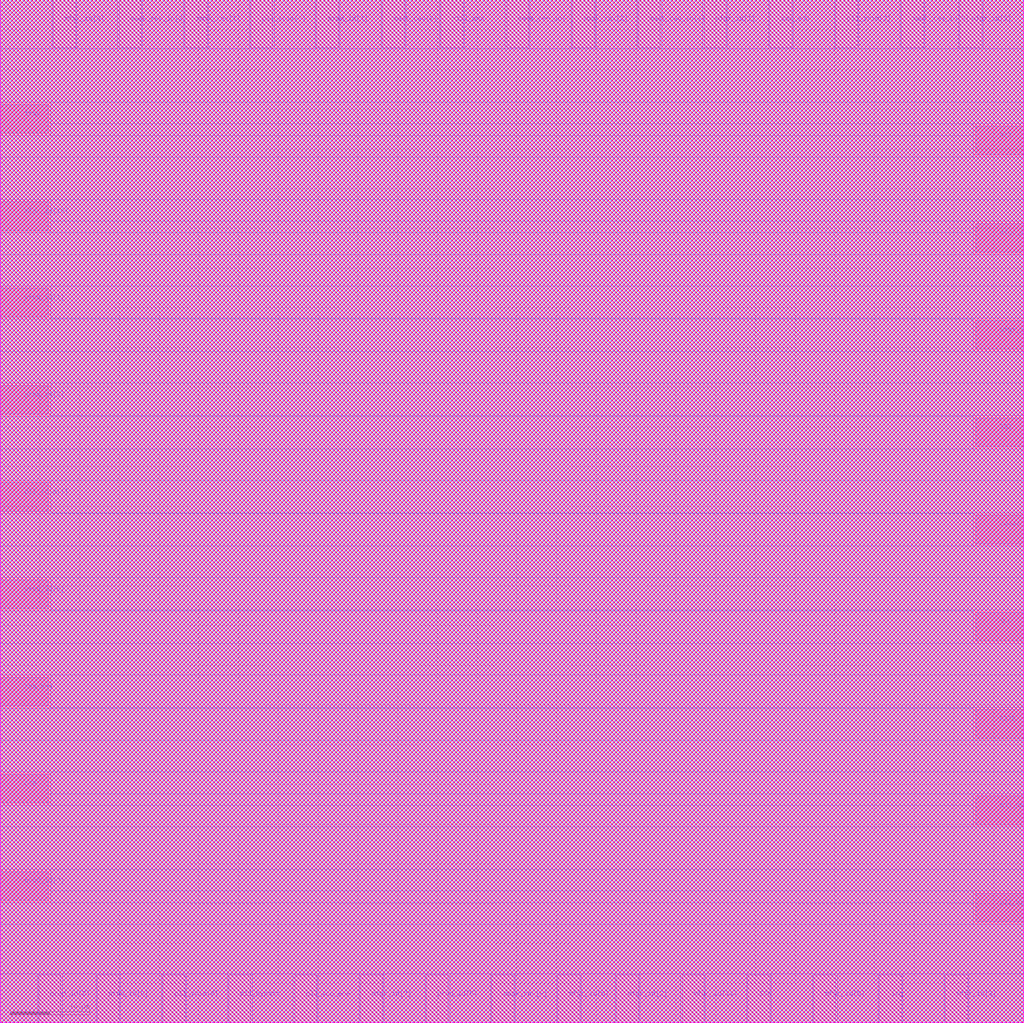
<source format=lef>
VERSION 5.3 ;
   NAMESCASESENSITIVE ON ;
   NOWIREEXTENSIONATPIN ON ;
   DIVIDERCHAR "/" ;
   BUSBITCHARS "[]" ;
UNITS
   DATABASE MICRONS 1000 ;
END UNITS
MACRO striVe_spi
   CLASS BLOCK ;
   FOREIGN striVe_spi ;
   ORIGIN 0.000000 0.000000 ;
   SIZE 128.7850 BY 128.7800 ;
   PIN RSTB
      DIRECTION INPUT ;
      PORT
         LAYER met3 ;
	    RECT 122.715000 35.820000 128.785000 39.420000 ;
      END
   END RSTB
   PIN SCK
      DIRECTION INPUT ;
      PORT
         LAYER met2 ;
	    RECT 94.070000 0.000000 96.870000 6.020000 ;
      END
   END SCK
   PIN SDI
      DIRECTION INPUT ;
      PORT
         LAYER met3 ;
	    RECT 122.715000 72.540000 128.785000 76.140000 ;
      END
   END SDI
   PIN CSB
      DIRECTION INPUT ;
      PORT
         LAYER met3 ;
	    RECT 0.000000 27.660000 6.070000 31.260000 ;
      END
   END CSB
   PIN SDO
      DIRECTION OUTPUT TRISTATE ;
      PORT
         LAYER met3 ;
	    RECT 122.715000 48.060000 128.785000 51.660000 ;
      END
   END SDO
   PIN sdo_enb
      DIRECTION OUTPUT TRISTATE ;
      PORT
         LAYER met2 ;
	    RECT 96.830000 122.760000 99.630000 128.780000 ;
      END
   END sdo_enb
   PIN xtal_ena
      DIRECTION OUTPUT TRISTATE ;
      PORT
         LAYER met2 ;
	    RECT 55.430000 122.760000 58.230000 128.780000 ;
      END
   END xtal_ena
   PIN reg_ena
      DIRECTION OUTPUT TRISTATE ;
      PORT
         LAYER met3 ;
	    RECT 0.000000 39.900000 6.070000 43.500000 ;
      END
   END reg_ena
   PIN pll_vco_ena
      DIRECTION OUTPUT TRISTATE ;
      PORT
         LAYER met2 ;
	    RECT 37.030000 0.000000 39.830000 6.020000 ;
      END
   END pll_vco_ena
   PIN pll_cp_ena
      DIRECTION OUTPUT TRISTATE ;
      PORT
         LAYER met3 ;
	    RECT 122.715000 24.940000 128.785000 28.540000 ;
      END
   END pll_cp_ena
   PIN pll_bias_ena
      DIRECTION OUTPUT TRISTATE ;
      PORT
         LAYER met3 ;
	    RECT 122.715000 12.700000 128.785000 16.300000 ;
      END
   END pll_bias_ena
   PIN pll_trim[3]
      DIRECTION OUTPUT TRISTATE ;
      PORT
         LAYER met2 ;
	    RECT 31.510000 122.760000 34.310000 128.780000 ;
      END
   END pll_trim[3]
   PIN pll_trim[2]
      DIRECTION OUTPUT TRISTATE ;
      PORT
         LAYER met2 ;
	    RECT 105.110000 122.760000 107.910000 128.780000 ;
      END
   END pll_trim[2]
   PIN pll_trim[1]
      DIRECTION OUTPUT TRISTATE ;
      PORT
         LAYER met3 ;
	    RECT 0.000000 64.380000 6.070000 67.980000 ;
      END
   END pll_trim[1]
   PIN pll_trim[0]
      DIRECTION OUTPUT TRISTATE ;
      PORT
         LAYER met2 ;
	    RECT 20.470000 0.000000 23.270000 6.020000 ;
      END
   END pll_trim[0]
   PIN pll_bypass
      DIRECTION OUTPUT TRISTATE ;
      PORT
         LAYER met2 ;
	    RECT 28.750000 0.000000 31.550000 6.020000 ;
      END
   END pll_bypass
   PIN irq
      DIRECTION OUTPUT TRISTATE ;
      PORT
         LAYER met2 ;
	    RECT 110.630000 0.000000 113.430000 6.020000 ;
      END
   END irq
   PIN reset
      DIRECTION OUTPUT TRISTATE ;
      PORT
         LAYER met3 ;
	    RECT 122.715000 60.300000 128.785000 63.900000 ;
      END
   END reset
   PIN RST
      DIRECTION OUTPUT TRISTATE ;
      PORT
         LAYER met3 ;
	    RECT 122.715000 109.260000 128.785000 112.860000 ;
      END
   END RST
   PIN trap
      DIRECTION INPUT ;
      PORT
         LAYER met3 ;
	    RECT 0.000000 111.980000 6.070000 115.580000 ;
      END
   END trap
   PIN mfgr_id[11]
      DIRECTION OUTPUT TRISTATE ;
      PORT
         LAYER met2 ;
	    RECT 85.790000 0.000000 88.590000 6.020000 ;
      END
   END mfgr_id[11]
   PIN mfgr_id[10]
      DIRECTION OUTPUT TRISTATE ;
      PORT
         LAYER met3 ;
	    RECT 0.000000 99.740000 6.070000 103.340000 ;
      END
   END mfgr_id[10]
   PIN mfgr_id[9]
      DIRECTION OUTPUT TRISTATE ;
      PORT
         LAYER met2 ;
	    RECT 120.750000 122.760000 123.550000 128.780000 ;
      END
   END mfgr_id[9]
   PIN mfgr_id[8]
      DIRECTION OUTPUT TRISTATE ;
      PORT
         LAYER met3 ;
	    RECT 122.715000 97.020000 128.785000 100.620000 ;
      END
   END mfgr_id[8]
   PIN mfgr_id[7]
      DIRECTION OUTPUT TRISTATE ;
      PORT
         LAYER met2 ;
	    RECT 45.310000 0.000000 48.110000 6.020000 ;
      END
   END mfgr_id[7]
   PIN mfgr_id[6]
      DIRECTION OUTPUT TRISTATE ;
      PORT
         LAYER met2 ;
	    RECT 70.150000 0.000000 72.950000 6.020000 ;
      END
   END mfgr_id[6]
   PIN mfgr_id[5]
      DIRECTION OUTPUT TRISTATE ;
      PORT
         LAYER met2 ;
	    RECT 102.350000 0.000000 105.150000 6.020000 ;
      END
   END mfgr_id[5]
   PIN mfgr_id[4]
      DIRECTION OUTPUT TRISTATE ;
      PORT
         LAYER met3 ;
	    RECT 122.715000 84.780000 128.785000 88.380000 ;
      END
   END mfgr_id[4]
   PIN mfgr_id[3]
      DIRECTION OUTPUT TRISTATE ;
      PORT
         LAYER met2 ;
	    RECT 118.910000 0.000000 121.710000 6.020000 ;
      END
   END mfgr_id[3]
   PIN mfgr_id[2]
      DIRECTION OUTPUT TRISTATE ;
      PORT
         LAYER met2 ;
	    RECT 77.510000 0.000000 80.310000 6.020000 ;
      END
   END mfgr_id[2]
   PIN mfgr_id[1]
      DIRECTION OUTPUT TRISTATE ;
      PORT
         LAYER met2 ;
	    RECT 88.550000 122.760000 91.350000 128.780000 ;
      END
   END mfgr_id[1]
   PIN mfgr_id[0]
      DIRECTION OUTPUT TRISTATE ;
      PORT
         LAYER met2 ;
	    RECT 6.670000 122.760000 9.470000 128.780000 ;
      END
   END mfgr_id[0]
   PIN prod_id[7]
      DIRECTION OUTPUT TRISTATE ;
      PORT
         LAYER met3 ;
	    RECT 0.000000 15.420000 6.070000 19.020000 ;
      END
   END prod_id[7]
   PIN prod_id[6]
      DIRECTION OUTPUT TRISTATE ;
      PORT
         LAYER met3 ;
	    RECT 0.000000 52.140000 6.070000 55.740000 ;
      END
   END prod_id[6]
   PIN prod_id[5]
      DIRECTION OUTPUT TRISTATE ;
      PORT
         LAYER met2 ;
	    RECT 53.590000 0.000000 56.390000 6.020000 ;
      END
   END prod_id[5]
   PIN prod_id[4]
      DIRECTION OUTPUT TRISTATE ;
      PORT
         LAYER met2 ;
	    RECT 39.790000 122.760000 42.590000 128.780000 ;
      END
   END prod_id[4]
   PIN prod_id[3]
      DIRECTION OUTPUT TRISTATE ;
      PORT
         LAYER met3 ;
	    RECT 0.000000 76.620000 6.070000 80.220000 ;
      END
   END prod_id[3]
   PIN prod_id[2]
      DIRECTION OUTPUT TRISTATE ;
      PORT
         LAYER met2 ;
	    RECT 4.830000 0.000000 7.630000 6.020000 ;
      END
   END prod_id[2]
   PIN prod_id[1]
      DIRECTION OUTPUT TRISTATE ;
      PORT
         LAYER met3 ;
	    RECT 0.000000 88.860000 6.070000 92.460000 ;
      END
   END prod_id[1]
   PIN prod_id[0]
      DIRECTION OUTPUT TRISTATE ;
      PORT
         LAYER met2 ;
	    RECT 12.190000 0.000000 14.990000 6.020000 ;
      END
   END prod_id[0]
   PIN mask_rev_in[3]
      DIRECTION INPUT ;
      PORT
         LAYER met2 ;
	    RECT 63.710000 122.760000 66.510000 128.780000 ;
      END
   END mask_rev_in[3]
   PIN mask_rev_in[2]
      DIRECTION INPUT ;
      PORT
         LAYER met2 ;
	    RECT 14.950000 122.760000 17.750000 128.780000 ;
      END
   END mask_rev_in[2]
   PIN mask_rev_in[1]
      DIRECTION INPUT ;
      PORT
         LAYER met2 ;
	    RECT 80.270000 122.760000 83.070000 128.780000 ;
      END
   END mask_rev_in[1]
   PIN mask_rev_in[0]
      DIRECTION INPUT ;
      PORT
         LAYER met2 ;
	    RECT 113.390000 122.760000 116.190000 128.780000 ;
      END
   END mask_rev_in[0]
   PIN mask_rev[3]
      DIRECTION OUTPUT TRISTATE ;
      PORT
         LAYER met2 ;
	    RECT 71.990000 122.760000 74.790000 128.780000 ;
      END
   END mask_rev[3]
   PIN mask_rev[2]
      DIRECTION OUTPUT TRISTATE ;
      PORT
         LAYER met2 ;
	    RECT 48.070000 122.760000 50.870000 128.780000 ;
      END
   END mask_rev[2]
   PIN mask_rev[1]
      DIRECTION OUTPUT TRISTATE ;
      PORT
         LAYER met2 ;
	    RECT 23.230000 122.760000 26.030000 128.780000 ;
      END
   END mask_rev[1]
   PIN mask_rev[0]
      DIRECTION OUTPUT TRISTATE ;
      PORT
         LAYER met2 ;
	    RECT 61.870000 0.000000 64.670000 6.020000 ;
      END
   END mask_rev[0]
   OBS
         LAYER li1 ;
	    RECT 0.000000 0.000000 128.785000 128.780000 ;
         LAYER met1 ;
	    RECT 0.000000 0.000000 128.785000 128.780000 ;
         LAYER met2 ;
	    RECT 0.000000 122.620000 6.530000 128.780000 ;
	    RECT 9.610000 122.620000 14.810000 128.780000 ;
	    RECT 17.890000 122.620000 23.090000 128.780000 ;
	    RECT 26.170000 122.620000 31.370000 128.780000 ;
	    RECT 34.450000 122.620000 39.650000 128.780000 ;
	    RECT 42.730000 122.620000 47.930000 128.780000 ;
	    RECT 51.010000 122.620000 55.290000 128.780000 ;
	    RECT 58.370000 122.620000 63.570000 128.780000 ;
	    RECT 66.650000 122.620000 71.850000 128.780000 ;
	    RECT 74.930000 122.620000 80.130000 128.780000 ;
	    RECT 83.210000 122.620000 88.410000 128.780000 ;
	    RECT 91.490000 122.620000 96.690000 128.780000 ;
	    RECT 99.770000 122.620000 104.970000 128.780000 ;
	    RECT 108.050000 122.620000 113.250000 128.780000 ;
	    RECT 116.330000 122.620000 120.610000 128.780000 ;
	    RECT 123.690000 122.620000 128.785000 128.780000 ;
	    RECT 0.000000 6.160000 128.785000 122.620000 ;
	    RECT 0.000000 0.000000 4.690000 6.160000 ;
	    RECT 7.770000 0.000000 12.050000 6.160000 ;
	    RECT 15.130000 0.000000 20.330000 6.160000 ;
	    RECT 23.410000 0.000000 28.610000 6.160000 ;
	    RECT 31.690000 0.000000 36.890000 6.160000 ;
	    RECT 39.970000 0.000000 45.170000 6.160000 ;
	    RECT 48.250000 0.000000 53.450000 6.160000 ;
	    RECT 56.530000 0.000000 61.730000 6.160000 ;
	    RECT 64.810000 0.000000 70.010000 6.160000 ;
	    RECT 73.090000 0.000000 77.370000 6.160000 ;
	    RECT 80.450000 0.000000 85.650000 6.160000 ;
	    RECT 88.730000 0.000000 93.930000 6.160000 ;
	    RECT 97.010000 0.000000 102.210000 6.160000 ;
	    RECT 105.290000 0.000000 110.490000 6.160000 ;
	    RECT 113.570000 0.000000 118.770000 6.160000 ;
	    RECT 121.850000 0.000000 128.785000 6.160000 ;
         LAYER met3 ;
	    RECT 0.000000 115.880000 128.785000 128.780000 ;
	    RECT 6.370000 113.160000 128.785000 115.880000 ;
	    RECT 6.370000 111.680000 122.415000 113.160000 ;
	    RECT 0.000000 108.960000 122.415000 111.680000 ;
	    RECT 0.000000 103.640000 128.785000 108.960000 ;
	    RECT 6.370000 100.920000 128.785000 103.640000 ;
	    RECT 6.370000 99.440000 122.415000 100.920000 ;
	    RECT 0.000000 96.720000 122.415000 99.440000 ;
	    RECT 0.000000 92.760000 128.785000 96.720000 ;
	    RECT 6.370000 88.680000 128.785000 92.760000 ;
	    RECT 6.370000 88.560000 122.415000 88.680000 ;
	    RECT 0.000000 84.480000 122.415000 88.560000 ;
	    RECT 0.000000 80.520000 128.785000 84.480000 ;
	    RECT 6.370000 76.440000 128.785000 80.520000 ;
	    RECT 6.370000 76.320000 122.415000 76.440000 ;
	    RECT 0.000000 72.240000 122.415000 76.320000 ;
	    RECT 0.000000 68.280000 128.785000 72.240000 ;
	    RECT 6.370000 64.200000 128.785000 68.280000 ;
	    RECT 6.370000 64.080000 122.415000 64.200000 ;
	    RECT 0.000000 60.000000 122.415000 64.080000 ;
	    RECT 0.000000 56.040000 128.785000 60.000000 ;
	    RECT 6.370000 51.960000 128.785000 56.040000 ;
	    RECT 6.370000 51.840000 122.415000 51.960000 ;
	    RECT 0.000000 47.760000 122.415000 51.840000 ;
	    RECT 0.000000 43.800000 128.785000 47.760000 ;
	    RECT 6.370000 39.720000 128.785000 43.800000 ;
	    RECT 6.370000 39.600000 122.415000 39.720000 ;
	    RECT 0.000000 35.520000 122.415000 39.600000 ;
	    RECT 0.000000 31.560000 128.785000 35.520000 ;
	    RECT 6.370000 28.840000 128.785000 31.560000 ;
	    RECT 6.370000 27.360000 122.415000 28.840000 ;
	    RECT 0.000000 24.640000 122.415000 27.360000 ;
	    RECT 0.000000 19.320000 128.785000 24.640000 ;
	    RECT 6.370000 16.600000 128.785000 19.320000 ;
	    RECT 6.370000 15.120000 122.415000 16.600000 ;
	    RECT 0.000000 12.400000 122.415000 15.120000 ;
	    RECT 0.000000 0.000000 128.785000 12.400000 ;
         LAYER met4 ;
	    RECT 0.000000 0.000000 128.785000 128.780000 ;
         LAYER met5 ;
	    RECT 0.000000 0.000000 128.785000 128.780000 ;
         LAYER met6 ;
	    RECT 0.000000 0.000000 128.785000 128.780000 ;
   END
END striVe_spi

</source>
